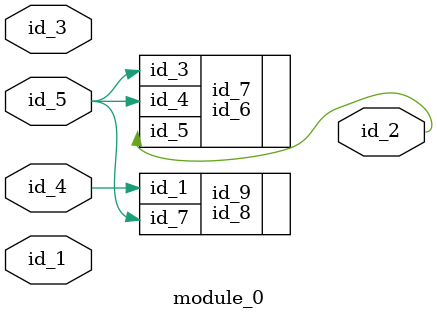
<source format=v>
`timescale 1ps / 1ps `timescale 1ps / 1 ps
module module_0 (
    id_1,
    id_2,
    id_3,
    id_4,
    id_5
);
  input id_5;
  input id_4;
  input id_3;
  output id_2;
  input id_1;
  id_6 id_7 (
      .id_5(id_2),
      .id_3(id_5),
      .id_4(id_5),
      .id_4(id_5)
  );
  id_8 id_9 (
      .id_1(id_4),
      .id_7(id_5)
  );
endmodule

</source>
